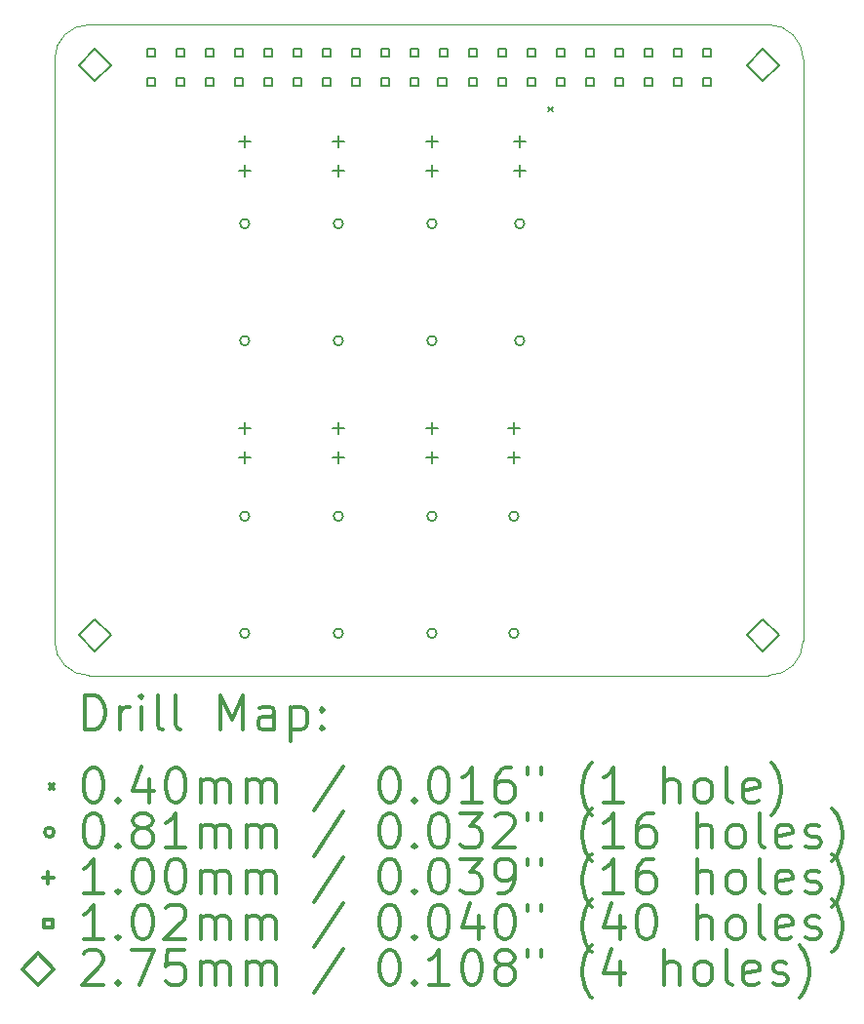
<source format=gbr>
%FSLAX45Y45*%
G04 Gerber Fmt 4.5, Leading zero omitted, Abs format (unit mm)*
G04 Created by KiCad (PCBNEW 4.0.2-stable) date 20/7/2016 20:46:05*
%MOMM*%
G01*
G04 APERTURE LIST*
%ADD10C,0.127000*%
%ADD11C,0.100000*%
%ADD12C,0.200000*%
%ADD13C,0.300000*%
G04 APERTURE END LIST*
D10*
D11*
X8763280Y-6276340D02*
G75*
G03X8463280Y-6576340I0J-300000D01*
G01*
X8463280Y-11626340D02*
G75*
G03X8763280Y-11926340I300000J0D01*
G01*
X14663280Y-11926340D02*
G75*
G03X14963280Y-11626340I0J300000D01*
G01*
X14963280Y-6576340D02*
G75*
G03X14663280Y-6276340I-300000J0D01*
G01*
X8463280Y-11626340D02*
X8463280Y-6576340D01*
X8763280Y-11926340D02*
X14663280Y-11926340D01*
X14963280Y-6576340D02*
X14963280Y-11626340D01*
X8763280Y-6276340D02*
X14663280Y-6276340D01*
D12*
X12749596Y-6990654D02*
X12789596Y-7030654D01*
X12789596Y-6990654D02*
X12749596Y-7030654D01*
X10154920Y-8003540D02*
G75*
G03X10154920Y-8003540I-40640J0D01*
G01*
X10154920Y-9019540D02*
G75*
G03X10154920Y-9019540I-40640J0D01*
G01*
X10154920Y-10543540D02*
G75*
G03X10154920Y-10543540I-40640J0D01*
G01*
X10154920Y-11559540D02*
G75*
G03X10154920Y-11559540I-40640J0D01*
G01*
X10967720Y-8003540D02*
G75*
G03X10967720Y-8003540I-40640J0D01*
G01*
X10967720Y-9019540D02*
G75*
G03X10967720Y-9019540I-40640J0D01*
G01*
X10967720Y-10543540D02*
G75*
G03X10967720Y-10543540I-40640J0D01*
G01*
X10967720Y-11559540D02*
G75*
G03X10967720Y-11559540I-40640J0D01*
G01*
X11780520Y-8003540D02*
G75*
G03X11780520Y-8003540I-40640J0D01*
G01*
X11780520Y-9019540D02*
G75*
G03X11780520Y-9019540I-40640J0D01*
G01*
X11780520Y-10543540D02*
G75*
G03X11780520Y-10543540I-40640J0D01*
G01*
X11780520Y-11559540D02*
G75*
G03X11780520Y-11559540I-40640J0D01*
G01*
X12491720Y-10543540D02*
G75*
G03X12491720Y-10543540I-40640J0D01*
G01*
X12491720Y-11559540D02*
G75*
G03X12491720Y-11559540I-40640J0D01*
G01*
X12542520Y-8003540D02*
G75*
G03X12542520Y-8003540I-40640J0D01*
G01*
X12542520Y-9019540D02*
G75*
G03X12542520Y-9019540I-40640J0D01*
G01*
X10114280Y-7242302D02*
X10114280Y-7342378D01*
X10064242Y-7292340D02*
X10164318Y-7292340D01*
X10114280Y-7496302D02*
X10114280Y-7596378D01*
X10064242Y-7546340D02*
X10164318Y-7546340D01*
X10114280Y-9731502D02*
X10114280Y-9831578D01*
X10064242Y-9781540D02*
X10164318Y-9781540D01*
X10114280Y-9985502D02*
X10114280Y-10085578D01*
X10064242Y-10035540D02*
X10164318Y-10035540D01*
X10927080Y-7242302D02*
X10927080Y-7342378D01*
X10877042Y-7292340D02*
X10977118Y-7292340D01*
X10927080Y-7496302D02*
X10927080Y-7596378D01*
X10877042Y-7546340D02*
X10977118Y-7546340D01*
X10927080Y-9731502D02*
X10927080Y-9831578D01*
X10877042Y-9781540D02*
X10977118Y-9781540D01*
X10927080Y-9985502D02*
X10927080Y-10085578D01*
X10877042Y-10035540D02*
X10977118Y-10035540D01*
X11739880Y-7242302D02*
X11739880Y-7342378D01*
X11689842Y-7292340D02*
X11789918Y-7292340D01*
X11739880Y-7496302D02*
X11739880Y-7596378D01*
X11689842Y-7546340D02*
X11789918Y-7546340D01*
X11739880Y-9731502D02*
X11739880Y-9831578D01*
X11689842Y-9781540D02*
X11789918Y-9781540D01*
X11739880Y-9985502D02*
X11739880Y-10085578D01*
X11689842Y-10035540D02*
X11789918Y-10035540D01*
X12451080Y-9731502D02*
X12451080Y-9831578D01*
X12401042Y-9781540D02*
X12501118Y-9781540D01*
X12451080Y-9985502D02*
X12451080Y-10085578D01*
X12401042Y-10035540D02*
X12501118Y-10035540D01*
X12501880Y-7242302D02*
X12501880Y-7342378D01*
X12451842Y-7292340D02*
X12551918Y-7292340D01*
X12501880Y-7496302D02*
X12501880Y-7596378D01*
X12451842Y-7546340D02*
X12551918Y-7546340D01*
X9336201Y-6556411D02*
X9336201Y-6484569D01*
X9264359Y-6484569D01*
X9264359Y-6556411D01*
X9336201Y-6556411D01*
X9336201Y-6810411D02*
X9336201Y-6738569D01*
X9264359Y-6738569D01*
X9264359Y-6810411D01*
X9336201Y-6810411D01*
X9590201Y-6556411D02*
X9590201Y-6484569D01*
X9518359Y-6484569D01*
X9518359Y-6556411D01*
X9590201Y-6556411D01*
X9590201Y-6810411D02*
X9590201Y-6738569D01*
X9518359Y-6738569D01*
X9518359Y-6810411D01*
X9590201Y-6810411D01*
X9844201Y-6556411D02*
X9844201Y-6484569D01*
X9772359Y-6484569D01*
X9772359Y-6556411D01*
X9844201Y-6556411D01*
X9844201Y-6810411D02*
X9844201Y-6738569D01*
X9772359Y-6738569D01*
X9772359Y-6810411D01*
X9844201Y-6810411D01*
X10098201Y-6556411D02*
X10098201Y-6484569D01*
X10026359Y-6484569D01*
X10026359Y-6556411D01*
X10098201Y-6556411D01*
X10098201Y-6810411D02*
X10098201Y-6738569D01*
X10026359Y-6738569D01*
X10026359Y-6810411D01*
X10098201Y-6810411D01*
X10352201Y-6556411D02*
X10352201Y-6484569D01*
X10280359Y-6484569D01*
X10280359Y-6556411D01*
X10352201Y-6556411D01*
X10352201Y-6810411D02*
X10352201Y-6738569D01*
X10280359Y-6738569D01*
X10280359Y-6810411D01*
X10352201Y-6810411D01*
X10606201Y-6556411D02*
X10606201Y-6484569D01*
X10534359Y-6484569D01*
X10534359Y-6556411D01*
X10606201Y-6556411D01*
X10606201Y-6810411D02*
X10606201Y-6738569D01*
X10534359Y-6738569D01*
X10534359Y-6810411D01*
X10606201Y-6810411D01*
X10860201Y-6556411D02*
X10860201Y-6484569D01*
X10788359Y-6484569D01*
X10788359Y-6556411D01*
X10860201Y-6556411D01*
X10860201Y-6810411D02*
X10860201Y-6738569D01*
X10788359Y-6738569D01*
X10788359Y-6810411D01*
X10860201Y-6810411D01*
X11114201Y-6556411D02*
X11114201Y-6484569D01*
X11042359Y-6484569D01*
X11042359Y-6556411D01*
X11114201Y-6556411D01*
X11114201Y-6810411D02*
X11114201Y-6738569D01*
X11042359Y-6738569D01*
X11042359Y-6810411D01*
X11114201Y-6810411D01*
X11368201Y-6556411D02*
X11368201Y-6484569D01*
X11296359Y-6484569D01*
X11296359Y-6556411D01*
X11368201Y-6556411D01*
X11368201Y-6810411D02*
X11368201Y-6738569D01*
X11296359Y-6738569D01*
X11296359Y-6810411D01*
X11368201Y-6810411D01*
X11622201Y-6556411D02*
X11622201Y-6484569D01*
X11550359Y-6484569D01*
X11550359Y-6556411D01*
X11622201Y-6556411D01*
X11622201Y-6810411D02*
X11622201Y-6738569D01*
X11550359Y-6738569D01*
X11550359Y-6810411D01*
X11622201Y-6810411D01*
X11866201Y-6810411D02*
X11866201Y-6738569D01*
X11794359Y-6738569D01*
X11794359Y-6810411D01*
X11866201Y-6810411D01*
X11876201Y-6556411D02*
X11876201Y-6484569D01*
X11804359Y-6484569D01*
X11804359Y-6556411D01*
X11876201Y-6556411D01*
X12130201Y-6556411D02*
X12130201Y-6484569D01*
X12058359Y-6484569D01*
X12058359Y-6556411D01*
X12130201Y-6556411D01*
X12130201Y-6810411D02*
X12130201Y-6738569D01*
X12058359Y-6738569D01*
X12058359Y-6810411D01*
X12130201Y-6810411D01*
X12384201Y-6556411D02*
X12384201Y-6484569D01*
X12312359Y-6484569D01*
X12312359Y-6556411D01*
X12384201Y-6556411D01*
X12384201Y-6810411D02*
X12384201Y-6738569D01*
X12312359Y-6738569D01*
X12312359Y-6810411D01*
X12384201Y-6810411D01*
X12638201Y-6556411D02*
X12638201Y-6484569D01*
X12566359Y-6484569D01*
X12566359Y-6556411D01*
X12638201Y-6556411D01*
X12638201Y-6810411D02*
X12638201Y-6738569D01*
X12566359Y-6738569D01*
X12566359Y-6810411D01*
X12638201Y-6810411D01*
X12892201Y-6556411D02*
X12892201Y-6484569D01*
X12820359Y-6484569D01*
X12820359Y-6556411D01*
X12892201Y-6556411D01*
X12892201Y-6810411D02*
X12892201Y-6738569D01*
X12820359Y-6738569D01*
X12820359Y-6810411D01*
X12892201Y-6810411D01*
X13146201Y-6556411D02*
X13146201Y-6484569D01*
X13074359Y-6484569D01*
X13074359Y-6556411D01*
X13146201Y-6556411D01*
X13146201Y-6810411D02*
X13146201Y-6738569D01*
X13074359Y-6738569D01*
X13074359Y-6810411D01*
X13146201Y-6810411D01*
X13400201Y-6556411D02*
X13400201Y-6484569D01*
X13328359Y-6484569D01*
X13328359Y-6556411D01*
X13400201Y-6556411D01*
X13400201Y-6810411D02*
X13400201Y-6738569D01*
X13328359Y-6738569D01*
X13328359Y-6810411D01*
X13400201Y-6810411D01*
X13654201Y-6556411D02*
X13654201Y-6484569D01*
X13582359Y-6484569D01*
X13582359Y-6556411D01*
X13654201Y-6556411D01*
X13654201Y-6810411D02*
X13654201Y-6738569D01*
X13582359Y-6738569D01*
X13582359Y-6810411D01*
X13654201Y-6810411D01*
X13908201Y-6556411D02*
X13908201Y-6484569D01*
X13836359Y-6484569D01*
X13836359Y-6556411D01*
X13908201Y-6556411D01*
X13908201Y-6810411D02*
X13908201Y-6738569D01*
X13836359Y-6738569D01*
X13836359Y-6810411D01*
X13908201Y-6810411D01*
X14162201Y-6556411D02*
X14162201Y-6484569D01*
X14090359Y-6484569D01*
X14090359Y-6556411D01*
X14162201Y-6556411D01*
X14162201Y-6810411D02*
X14162201Y-6738569D01*
X14090359Y-6738569D01*
X14090359Y-6810411D01*
X14162201Y-6810411D01*
X8813280Y-6763840D02*
X8950780Y-6626340D01*
X8813280Y-6488840D01*
X8675780Y-6626340D01*
X8813280Y-6763840D01*
X8813280Y-11713840D02*
X8950780Y-11576340D01*
X8813280Y-11438840D01*
X8675780Y-11576340D01*
X8813280Y-11713840D01*
X14613280Y-6763840D02*
X14750780Y-6626340D01*
X14613280Y-6488840D01*
X14475780Y-6626340D01*
X14613280Y-6763840D01*
X14613280Y-11713840D02*
X14750780Y-11576340D01*
X14613280Y-11438840D01*
X14475780Y-11576340D01*
X14613280Y-11713840D01*
D13*
X8729709Y-12397054D02*
X8729709Y-12097054D01*
X8801137Y-12097054D01*
X8843994Y-12111340D01*
X8872566Y-12139911D01*
X8886851Y-12168483D01*
X8901137Y-12225626D01*
X8901137Y-12268483D01*
X8886851Y-12325626D01*
X8872566Y-12354197D01*
X8843994Y-12382769D01*
X8801137Y-12397054D01*
X8729709Y-12397054D01*
X9029709Y-12397054D02*
X9029709Y-12197054D01*
X9029709Y-12254197D02*
X9043994Y-12225626D01*
X9058280Y-12211340D01*
X9086851Y-12197054D01*
X9115423Y-12197054D01*
X9215423Y-12397054D02*
X9215423Y-12197054D01*
X9215423Y-12097054D02*
X9201137Y-12111340D01*
X9215423Y-12125626D01*
X9229709Y-12111340D01*
X9215423Y-12097054D01*
X9215423Y-12125626D01*
X9401137Y-12397054D02*
X9372566Y-12382769D01*
X9358280Y-12354197D01*
X9358280Y-12097054D01*
X9558280Y-12397054D02*
X9529709Y-12382769D01*
X9515423Y-12354197D01*
X9515423Y-12097054D01*
X9901137Y-12397054D02*
X9901137Y-12097054D01*
X10001137Y-12311340D01*
X10101137Y-12097054D01*
X10101137Y-12397054D01*
X10372566Y-12397054D02*
X10372566Y-12239911D01*
X10358280Y-12211340D01*
X10329709Y-12197054D01*
X10272566Y-12197054D01*
X10243994Y-12211340D01*
X10372566Y-12382769D02*
X10343994Y-12397054D01*
X10272566Y-12397054D01*
X10243994Y-12382769D01*
X10229709Y-12354197D01*
X10229709Y-12325626D01*
X10243994Y-12297054D01*
X10272566Y-12282769D01*
X10343994Y-12282769D01*
X10372566Y-12268483D01*
X10515423Y-12197054D02*
X10515423Y-12497054D01*
X10515423Y-12211340D02*
X10543994Y-12197054D01*
X10601137Y-12197054D01*
X10629709Y-12211340D01*
X10643994Y-12225626D01*
X10658280Y-12254197D01*
X10658280Y-12339911D01*
X10643994Y-12368483D01*
X10629709Y-12382769D01*
X10601137Y-12397054D01*
X10543994Y-12397054D01*
X10515423Y-12382769D01*
X10786851Y-12368483D02*
X10801137Y-12382769D01*
X10786851Y-12397054D01*
X10772566Y-12382769D01*
X10786851Y-12368483D01*
X10786851Y-12397054D01*
X10786851Y-12211340D02*
X10801137Y-12225626D01*
X10786851Y-12239911D01*
X10772566Y-12225626D01*
X10786851Y-12211340D01*
X10786851Y-12239911D01*
X8418280Y-12871340D02*
X8458280Y-12911340D01*
X8458280Y-12871340D02*
X8418280Y-12911340D01*
X8786851Y-12727054D02*
X8815423Y-12727054D01*
X8843994Y-12741340D01*
X8858280Y-12755626D01*
X8872566Y-12784197D01*
X8886851Y-12841340D01*
X8886851Y-12912769D01*
X8872566Y-12969911D01*
X8858280Y-12998483D01*
X8843994Y-13012769D01*
X8815423Y-13027054D01*
X8786851Y-13027054D01*
X8758280Y-13012769D01*
X8743994Y-12998483D01*
X8729709Y-12969911D01*
X8715423Y-12912769D01*
X8715423Y-12841340D01*
X8729709Y-12784197D01*
X8743994Y-12755626D01*
X8758280Y-12741340D01*
X8786851Y-12727054D01*
X9015423Y-12998483D02*
X9029709Y-13012769D01*
X9015423Y-13027054D01*
X9001137Y-13012769D01*
X9015423Y-12998483D01*
X9015423Y-13027054D01*
X9286851Y-12827054D02*
X9286851Y-13027054D01*
X9215423Y-12712769D02*
X9143994Y-12927054D01*
X9329708Y-12927054D01*
X9501137Y-12727054D02*
X9529709Y-12727054D01*
X9558280Y-12741340D01*
X9572566Y-12755626D01*
X9586851Y-12784197D01*
X9601137Y-12841340D01*
X9601137Y-12912769D01*
X9586851Y-12969911D01*
X9572566Y-12998483D01*
X9558280Y-13012769D01*
X9529709Y-13027054D01*
X9501137Y-13027054D01*
X9472566Y-13012769D01*
X9458280Y-12998483D01*
X9443994Y-12969911D01*
X9429709Y-12912769D01*
X9429709Y-12841340D01*
X9443994Y-12784197D01*
X9458280Y-12755626D01*
X9472566Y-12741340D01*
X9501137Y-12727054D01*
X9729709Y-13027054D02*
X9729709Y-12827054D01*
X9729709Y-12855626D02*
X9743994Y-12841340D01*
X9772566Y-12827054D01*
X9815423Y-12827054D01*
X9843994Y-12841340D01*
X9858280Y-12869911D01*
X9858280Y-13027054D01*
X9858280Y-12869911D02*
X9872566Y-12841340D01*
X9901137Y-12827054D01*
X9943994Y-12827054D01*
X9972566Y-12841340D01*
X9986851Y-12869911D01*
X9986851Y-13027054D01*
X10129709Y-13027054D02*
X10129709Y-12827054D01*
X10129709Y-12855626D02*
X10143994Y-12841340D01*
X10172566Y-12827054D01*
X10215423Y-12827054D01*
X10243994Y-12841340D01*
X10258280Y-12869911D01*
X10258280Y-13027054D01*
X10258280Y-12869911D02*
X10272566Y-12841340D01*
X10301137Y-12827054D01*
X10343994Y-12827054D01*
X10372566Y-12841340D01*
X10386851Y-12869911D01*
X10386851Y-13027054D01*
X10972566Y-12712769D02*
X10715423Y-13098483D01*
X11358280Y-12727054D02*
X11386851Y-12727054D01*
X11415423Y-12741340D01*
X11429708Y-12755626D01*
X11443994Y-12784197D01*
X11458280Y-12841340D01*
X11458280Y-12912769D01*
X11443994Y-12969911D01*
X11429708Y-12998483D01*
X11415423Y-13012769D01*
X11386851Y-13027054D01*
X11358280Y-13027054D01*
X11329708Y-13012769D01*
X11315423Y-12998483D01*
X11301137Y-12969911D01*
X11286851Y-12912769D01*
X11286851Y-12841340D01*
X11301137Y-12784197D01*
X11315423Y-12755626D01*
X11329708Y-12741340D01*
X11358280Y-12727054D01*
X11586851Y-12998483D02*
X11601137Y-13012769D01*
X11586851Y-13027054D01*
X11572566Y-13012769D01*
X11586851Y-12998483D01*
X11586851Y-13027054D01*
X11786851Y-12727054D02*
X11815423Y-12727054D01*
X11843994Y-12741340D01*
X11858280Y-12755626D01*
X11872565Y-12784197D01*
X11886851Y-12841340D01*
X11886851Y-12912769D01*
X11872565Y-12969911D01*
X11858280Y-12998483D01*
X11843994Y-13012769D01*
X11815423Y-13027054D01*
X11786851Y-13027054D01*
X11758280Y-13012769D01*
X11743994Y-12998483D01*
X11729708Y-12969911D01*
X11715423Y-12912769D01*
X11715423Y-12841340D01*
X11729708Y-12784197D01*
X11743994Y-12755626D01*
X11758280Y-12741340D01*
X11786851Y-12727054D01*
X12172565Y-13027054D02*
X12001137Y-13027054D01*
X12086851Y-13027054D02*
X12086851Y-12727054D01*
X12058280Y-12769911D01*
X12029708Y-12798483D01*
X12001137Y-12812769D01*
X12429708Y-12727054D02*
X12372565Y-12727054D01*
X12343994Y-12741340D01*
X12329708Y-12755626D01*
X12301137Y-12798483D01*
X12286851Y-12855626D01*
X12286851Y-12969911D01*
X12301137Y-12998483D01*
X12315423Y-13012769D01*
X12343994Y-13027054D01*
X12401137Y-13027054D01*
X12429708Y-13012769D01*
X12443994Y-12998483D01*
X12458280Y-12969911D01*
X12458280Y-12898483D01*
X12443994Y-12869911D01*
X12429708Y-12855626D01*
X12401137Y-12841340D01*
X12343994Y-12841340D01*
X12315423Y-12855626D01*
X12301137Y-12869911D01*
X12286851Y-12898483D01*
X12572566Y-12727054D02*
X12572566Y-12784197D01*
X12686851Y-12727054D02*
X12686851Y-12784197D01*
X13129708Y-13141340D02*
X13115423Y-13127054D01*
X13086851Y-13084197D01*
X13072565Y-13055626D01*
X13058280Y-13012769D01*
X13043994Y-12941340D01*
X13043994Y-12884197D01*
X13058280Y-12812769D01*
X13072565Y-12769911D01*
X13086851Y-12741340D01*
X13115423Y-12698483D01*
X13129708Y-12684197D01*
X13401137Y-13027054D02*
X13229708Y-13027054D01*
X13315423Y-13027054D02*
X13315423Y-12727054D01*
X13286851Y-12769911D01*
X13258280Y-12798483D01*
X13229708Y-12812769D01*
X13758280Y-13027054D02*
X13758280Y-12727054D01*
X13886851Y-13027054D02*
X13886851Y-12869911D01*
X13872565Y-12841340D01*
X13843994Y-12827054D01*
X13801137Y-12827054D01*
X13772565Y-12841340D01*
X13758280Y-12855626D01*
X14072565Y-13027054D02*
X14043994Y-13012769D01*
X14029708Y-12998483D01*
X14015423Y-12969911D01*
X14015423Y-12884197D01*
X14029708Y-12855626D01*
X14043994Y-12841340D01*
X14072565Y-12827054D01*
X14115423Y-12827054D01*
X14143994Y-12841340D01*
X14158280Y-12855626D01*
X14172565Y-12884197D01*
X14172565Y-12969911D01*
X14158280Y-12998483D01*
X14143994Y-13012769D01*
X14115423Y-13027054D01*
X14072565Y-13027054D01*
X14343994Y-13027054D02*
X14315423Y-13012769D01*
X14301137Y-12984197D01*
X14301137Y-12727054D01*
X14572566Y-13012769D02*
X14543994Y-13027054D01*
X14486851Y-13027054D01*
X14458280Y-13012769D01*
X14443994Y-12984197D01*
X14443994Y-12869911D01*
X14458280Y-12841340D01*
X14486851Y-12827054D01*
X14543994Y-12827054D01*
X14572566Y-12841340D01*
X14586851Y-12869911D01*
X14586851Y-12898483D01*
X14443994Y-12927054D01*
X14686851Y-13141340D02*
X14701137Y-13127054D01*
X14729708Y-13084197D01*
X14743994Y-13055626D01*
X14758280Y-13012769D01*
X14772566Y-12941340D01*
X14772566Y-12884197D01*
X14758280Y-12812769D01*
X14743994Y-12769911D01*
X14729708Y-12741340D01*
X14701137Y-12698483D01*
X14686851Y-12684197D01*
X8458280Y-13287340D02*
G75*
G03X8458280Y-13287340I-40640J0D01*
G01*
X8786851Y-13123054D02*
X8815423Y-13123054D01*
X8843994Y-13137340D01*
X8858280Y-13151626D01*
X8872566Y-13180197D01*
X8886851Y-13237340D01*
X8886851Y-13308769D01*
X8872566Y-13365911D01*
X8858280Y-13394483D01*
X8843994Y-13408769D01*
X8815423Y-13423054D01*
X8786851Y-13423054D01*
X8758280Y-13408769D01*
X8743994Y-13394483D01*
X8729709Y-13365911D01*
X8715423Y-13308769D01*
X8715423Y-13237340D01*
X8729709Y-13180197D01*
X8743994Y-13151626D01*
X8758280Y-13137340D01*
X8786851Y-13123054D01*
X9015423Y-13394483D02*
X9029709Y-13408769D01*
X9015423Y-13423054D01*
X9001137Y-13408769D01*
X9015423Y-13394483D01*
X9015423Y-13423054D01*
X9201137Y-13251626D02*
X9172566Y-13237340D01*
X9158280Y-13223054D01*
X9143994Y-13194483D01*
X9143994Y-13180197D01*
X9158280Y-13151626D01*
X9172566Y-13137340D01*
X9201137Y-13123054D01*
X9258280Y-13123054D01*
X9286851Y-13137340D01*
X9301137Y-13151626D01*
X9315423Y-13180197D01*
X9315423Y-13194483D01*
X9301137Y-13223054D01*
X9286851Y-13237340D01*
X9258280Y-13251626D01*
X9201137Y-13251626D01*
X9172566Y-13265911D01*
X9158280Y-13280197D01*
X9143994Y-13308769D01*
X9143994Y-13365911D01*
X9158280Y-13394483D01*
X9172566Y-13408769D01*
X9201137Y-13423054D01*
X9258280Y-13423054D01*
X9286851Y-13408769D01*
X9301137Y-13394483D01*
X9315423Y-13365911D01*
X9315423Y-13308769D01*
X9301137Y-13280197D01*
X9286851Y-13265911D01*
X9258280Y-13251626D01*
X9601137Y-13423054D02*
X9429709Y-13423054D01*
X9515423Y-13423054D02*
X9515423Y-13123054D01*
X9486851Y-13165911D01*
X9458280Y-13194483D01*
X9429709Y-13208769D01*
X9729709Y-13423054D02*
X9729709Y-13223054D01*
X9729709Y-13251626D02*
X9743994Y-13237340D01*
X9772566Y-13223054D01*
X9815423Y-13223054D01*
X9843994Y-13237340D01*
X9858280Y-13265911D01*
X9858280Y-13423054D01*
X9858280Y-13265911D02*
X9872566Y-13237340D01*
X9901137Y-13223054D01*
X9943994Y-13223054D01*
X9972566Y-13237340D01*
X9986851Y-13265911D01*
X9986851Y-13423054D01*
X10129709Y-13423054D02*
X10129709Y-13223054D01*
X10129709Y-13251626D02*
X10143994Y-13237340D01*
X10172566Y-13223054D01*
X10215423Y-13223054D01*
X10243994Y-13237340D01*
X10258280Y-13265911D01*
X10258280Y-13423054D01*
X10258280Y-13265911D02*
X10272566Y-13237340D01*
X10301137Y-13223054D01*
X10343994Y-13223054D01*
X10372566Y-13237340D01*
X10386851Y-13265911D01*
X10386851Y-13423054D01*
X10972566Y-13108769D02*
X10715423Y-13494483D01*
X11358280Y-13123054D02*
X11386851Y-13123054D01*
X11415423Y-13137340D01*
X11429708Y-13151626D01*
X11443994Y-13180197D01*
X11458280Y-13237340D01*
X11458280Y-13308769D01*
X11443994Y-13365911D01*
X11429708Y-13394483D01*
X11415423Y-13408769D01*
X11386851Y-13423054D01*
X11358280Y-13423054D01*
X11329708Y-13408769D01*
X11315423Y-13394483D01*
X11301137Y-13365911D01*
X11286851Y-13308769D01*
X11286851Y-13237340D01*
X11301137Y-13180197D01*
X11315423Y-13151626D01*
X11329708Y-13137340D01*
X11358280Y-13123054D01*
X11586851Y-13394483D02*
X11601137Y-13408769D01*
X11586851Y-13423054D01*
X11572566Y-13408769D01*
X11586851Y-13394483D01*
X11586851Y-13423054D01*
X11786851Y-13123054D02*
X11815423Y-13123054D01*
X11843994Y-13137340D01*
X11858280Y-13151626D01*
X11872565Y-13180197D01*
X11886851Y-13237340D01*
X11886851Y-13308769D01*
X11872565Y-13365911D01*
X11858280Y-13394483D01*
X11843994Y-13408769D01*
X11815423Y-13423054D01*
X11786851Y-13423054D01*
X11758280Y-13408769D01*
X11743994Y-13394483D01*
X11729708Y-13365911D01*
X11715423Y-13308769D01*
X11715423Y-13237340D01*
X11729708Y-13180197D01*
X11743994Y-13151626D01*
X11758280Y-13137340D01*
X11786851Y-13123054D01*
X11986851Y-13123054D02*
X12172565Y-13123054D01*
X12072565Y-13237340D01*
X12115423Y-13237340D01*
X12143994Y-13251626D01*
X12158280Y-13265911D01*
X12172565Y-13294483D01*
X12172565Y-13365911D01*
X12158280Y-13394483D01*
X12143994Y-13408769D01*
X12115423Y-13423054D01*
X12029708Y-13423054D01*
X12001137Y-13408769D01*
X11986851Y-13394483D01*
X12286851Y-13151626D02*
X12301137Y-13137340D01*
X12329708Y-13123054D01*
X12401137Y-13123054D01*
X12429708Y-13137340D01*
X12443994Y-13151626D01*
X12458280Y-13180197D01*
X12458280Y-13208769D01*
X12443994Y-13251626D01*
X12272565Y-13423054D01*
X12458280Y-13423054D01*
X12572566Y-13123054D02*
X12572566Y-13180197D01*
X12686851Y-13123054D02*
X12686851Y-13180197D01*
X13129708Y-13537340D02*
X13115423Y-13523054D01*
X13086851Y-13480197D01*
X13072565Y-13451626D01*
X13058280Y-13408769D01*
X13043994Y-13337340D01*
X13043994Y-13280197D01*
X13058280Y-13208769D01*
X13072565Y-13165911D01*
X13086851Y-13137340D01*
X13115423Y-13094483D01*
X13129708Y-13080197D01*
X13401137Y-13423054D02*
X13229708Y-13423054D01*
X13315423Y-13423054D02*
X13315423Y-13123054D01*
X13286851Y-13165911D01*
X13258280Y-13194483D01*
X13229708Y-13208769D01*
X13658280Y-13123054D02*
X13601137Y-13123054D01*
X13572565Y-13137340D01*
X13558280Y-13151626D01*
X13529708Y-13194483D01*
X13515423Y-13251626D01*
X13515423Y-13365911D01*
X13529708Y-13394483D01*
X13543994Y-13408769D01*
X13572565Y-13423054D01*
X13629708Y-13423054D01*
X13658280Y-13408769D01*
X13672565Y-13394483D01*
X13686851Y-13365911D01*
X13686851Y-13294483D01*
X13672565Y-13265911D01*
X13658280Y-13251626D01*
X13629708Y-13237340D01*
X13572565Y-13237340D01*
X13543994Y-13251626D01*
X13529708Y-13265911D01*
X13515423Y-13294483D01*
X14043994Y-13423054D02*
X14043994Y-13123054D01*
X14172565Y-13423054D02*
X14172565Y-13265911D01*
X14158280Y-13237340D01*
X14129708Y-13223054D01*
X14086851Y-13223054D01*
X14058280Y-13237340D01*
X14043994Y-13251626D01*
X14358280Y-13423054D02*
X14329708Y-13408769D01*
X14315423Y-13394483D01*
X14301137Y-13365911D01*
X14301137Y-13280197D01*
X14315423Y-13251626D01*
X14329708Y-13237340D01*
X14358280Y-13223054D01*
X14401137Y-13223054D01*
X14429708Y-13237340D01*
X14443994Y-13251626D01*
X14458280Y-13280197D01*
X14458280Y-13365911D01*
X14443994Y-13394483D01*
X14429708Y-13408769D01*
X14401137Y-13423054D01*
X14358280Y-13423054D01*
X14629708Y-13423054D02*
X14601137Y-13408769D01*
X14586851Y-13380197D01*
X14586851Y-13123054D01*
X14858280Y-13408769D02*
X14829708Y-13423054D01*
X14772566Y-13423054D01*
X14743994Y-13408769D01*
X14729708Y-13380197D01*
X14729708Y-13265911D01*
X14743994Y-13237340D01*
X14772566Y-13223054D01*
X14829708Y-13223054D01*
X14858280Y-13237340D01*
X14872566Y-13265911D01*
X14872566Y-13294483D01*
X14729708Y-13323054D01*
X14986851Y-13408769D02*
X15015423Y-13423054D01*
X15072566Y-13423054D01*
X15101137Y-13408769D01*
X15115423Y-13380197D01*
X15115423Y-13365911D01*
X15101137Y-13337340D01*
X15072566Y-13323054D01*
X15029708Y-13323054D01*
X15001137Y-13308769D01*
X14986851Y-13280197D01*
X14986851Y-13265911D01*
X15001137Y-13237340D01*
X15029708Y-13223054D01*
X15072566Y-13223054D01*
X15101137Y-13237340D01*
X15215423Y-13537340D02*
X15229708Y-13523054D01*
X15258280Y-13480197D01*
X15272566Y-13451626D01*
X15286851Y-13408769D01*
X15301137Y-13337340D01*
X15301137Y-13280197D01*
X15286851Y-13208769D01*
X15272566Y-13165911D01*
X15258280Y-13137340D01*
X15229708Y-13094483D01*
X15215423Y-13080197D01*
X8408242Y-13633302D02*
X8408242Y-13733378D01*
X8358204Y-13683340D02*
X8458280Y-13683340D01*
X8886851Y-13819054D02*
X8715423Y-13819054D01*
X8801137Y-13819054D02*
X8801137Y-13519054D01*
X8772566Y-13561911D01*
X8743994Y-13590483D01*
X8715423Y-13604769D01*
X9015423Y-13790483D02*
X9029709Y-13804769D01*
X9015423Y-13819054D01*
X9001137Y-13804769D01*
X9015423Y-13790483D01*
X9015423Y-13819054D01*
X9215423Y-13519054D02*
X9243994Y-13519054D01*
X9272566Y-13533340D01*
X9286851Y-13547626D01*
X9301137Y-13576197D01*
X9315423Y-13633340D01*
X9315423Y-13704769D01*
X9301137Y-13761911D01*
X9286851Y-13790483D01*
X9272566Y-13804769D01*
X9243994Y-13819054D01*
X9215423Y-13819054D01*
X9186851Y-13804769D01*
X9172566Y-13790483D01*
X9158280Y-13761911D01*
X9143994Y-13704769D01*
X9143994Y-13633340D01*
X9158280Y-13576197D01*
X9172566Y-13547626D01*
X9186851Y-13533340D01*
X9215423Y-13519054D01*
X9501137Y-13519054D02*
X9529709Y-13519054D01*
X9558280Y-13533340D01*
X9572566Y-13547626D01*
X9586851Y-13576197D01*
X9601137Y-13633340D01*
X9601137Y-13704769D01*
X9586851Y-13761911D01*
X9572566Y-13790483D01*
X9558280Y-13804769D01*
X9529709Y-13819054D01*
X9501137Y-13819054D01*
X9472566Y-13804769D01*
X9458280Y-13790483D01*
X9443994Y-13761911D01*
X9429709Y-13704769D01*
X9429709Y-13633340D01*
X9443994Y-13576197D01*
X9458280Y-13547626D01*
X9472566Y-13533340D01*
X9501137Y-13519054D01*
X9729709Y-13819054D02*
X9729709Y-13619054D01*
X9729709Y-13647626D02*
X9743994Y-13633340D01*
X9772566Y-13619054D01*
X9815423Y-13619054D01*
X9843994Y-13633340D01*
X9858280Y-13661911D01*
X9858280Y-13819054D01*
X9858280Y-13661911D02*
X9872566Y-13633340D01*
X9901137Y-13619054D01*
X9943994Y-13619054D01*
X9972566Y-13633340D01*
X9986851Y-13661911D01*
X9986851Y-13819054D01*
X10129709Y-13819054D02*
X10129709Y-13619054D01*
X10129709Y-13647626D02*
X10143994Y-13633340D01*
X10172566Y-13619054D01*
X10215423Y-13619054D01*
X10243994Y-13633340D01*
X10258280Y-13661911D01*
X10258280Y-13819054D01*
X10258280Y-13661911D02*
X10272566Y-13633340D01*
X10301137Y-13619054D01*
X10343994Y-13619054D01*
X10372566Y-13633340D01*
X10386851Y-13661911D01*
X10386851Y-13819054D01*
X10972566Y-13504769D02*
X10715423Y-13890483D01*
X11358280Y-13519054D02*
X11386851Y-13519054D01*
X11415423Y-13533340D01*
X11429708Y-13547626D01*
X11443994Y-13576197D01*
X11458280Y-13633340D01*
X11458280Y-13704769D01*
X11443994Y-13761911D01*
X11429708Y-13790483D01*
X11415423Y-13804769D01*
X11386851Y-13819054D01*
X11358280Y-13819054D01*
X11329708Y-13804769D01*
X11315423Y-13790483D01*
X11301137Y-13761911D01*
X11286851Y-13704769D01*
X11286851Y-13633340D01*
X11301137Y-13576197D01*
X11315423Y-13547626D01*
X11329708Y-13533340D01*
X11358280Y-13519054D01*
X11586851Y-13790483D02*
X11601137Y-13804769D01*
X11586851Y-13819054D01*
X11572566Y-13804769D01*
X11586851Y-13790483D01*
X11586851Y-13819054D01*
X11786851Y-13519054D02*
X11815423Y-13519054D01*
X11843994Y-13533340D01*
X11858280Y-13547626D01*
X11872565Y-13576197D01*
X11886851Y-13633340D01*
X11886851Y-13704769D01*
X11872565Y-13761911D01*
X11858280Y-13790483D01*
X11843994Y-13804769D01*
X11815423Y-13819054D01*
X11786851Y-13819054D01*
X11758280Y-13804769D01*
X11743994Y-13790483D01*
X11729708Y-13761911D01*
X11715423Y-13704769D01*
X11715423Y-13633340D01*
X11729708Y-13576197D01*
X11743994Y-13547626D01*
X11758280Y-13533340D01*
X11786851Y-13519054D01*
X11986851Y-13519054D02*
X12172565Y-13519054D01*
X12072565Y-13633340D01*
X12115423Y-13633340D01*
X12143994Y-13647626D01*
X12158280Y-13661911D01*
X12172565Y-13690483D01*
X12172565Y-13761911D01*
X12158280Y-13790483D01*
X12143994Y-13804769D01*
X12115423Y-13819054D01*
X12029708Y-13819054D01*
X12001137Y-13804769D01*
X11986851Y-13790483D01*
X12315423Y-13819054D02*
X12372565Y-13819054D01*
X12401137Y-13804769D01*
X12415423Y-13790483D01*
X12443994Y-13747626D01*
X12458280Y-13690483D01*
X12458280Y-13576197D01*
X12443994Y-13547626D01*
X12429708Y-13533340D01*
X12401137Y-13519054D01*
X12343994Y-13519054D01*
X12315423Y-13533340D01*
X12301137Y-13547626D01*
X12286851Y-13576197D01*
X12286851Y-13647626D01*
X12301137Y-13676197D01*
X12315423Y-13690483D01*
X12343994Y-13704769D01*
X12401137Y-13704769D01*
X12429708Y-13690483D01*
X12443994Y-13676197D01*
X12458280Y-13647626D01*
X12572566Y-13519054D02*
X12572566Y-13576197D01*
X12686851Y-13519054D02*
X12686851Y-13576197D01*
X13129708Y-13933340D02*
X13115423Y-13919054D01*
X13086851Y-13876197D01*
X13072565Y-13847626D01*
X13058280Y-13804769D01*
X13043994Y-13733340D01*
X13043994Y-13676197D01*
X13058280Y-13604769D01*
X13072565Y-13561911D01*
X13086851Y-13533340D01*
X13115423Y-13490483D01*
X13129708Y-13476197D01*
X13401137Y-13819054D02*
X13229708Y-13819054D01*
X13315423Y-13819054D02*
X13315423Y-13519054D01*
X13286851Y-13561911D01*
X13258280Y-13590483D01*
X13229708Y-13604769D01*
X13658280Y-13519054D02*
X13601137Y-13519054D01*
X13572565Y-13533340D01*
X13558280Y-13547626D01*
X13529708Y-13590483D01*
X13515423Y-13647626D01*
X13515423Y-13761911D01*
X13529708Y-13790483D01*
X13543994Y-13804769D01*
X13572565Y-13819054D01*
X13629708Y-13819054D01*
X13658280Y-13804769D01*
X13672565Y-13790483D01*
X13686851Y-13761911D01*
X13686851Y-13690483D01*
X13672565Y-13661911D01*
X13658280Y-13647626D01*
X13629708Y-13633340D01*
X13572565Y-13633340D01*
X13543994Y-13647626D01*
X13529708Y-13661911D01*
X13515423Y-13690483D01*
X14043994Y-13819054D02*
X14043994Y-13519054D01*
X14172565Y-13819054D02*
X14172565Y-13661911D01*
X14158280Y-13633340D01*
X14129708Y-13619054D01*
X14086851Y-13619054D01*
X14058280Y-13633340D01*
X14043994Y-13647626D01*
X14358280Y-13819054D02*
X14329708Y-13804769D01*
X14315423Y-13790483D01*
X14301137Y-13761911D01*
X14301137Y-13676197D01*
X14315423Y-13647626D01*
X14329708Y-13633340D01*
X14358280Y-13619054D01*
X14401137Y-13619054D01*
X14429708Y-13633340D01*
X14443994Y-13647626D01*
X14458280Y-13676197D01*
X14458280Y-13761911D01*
X14443994Y-13790483D01*
X14429708Y-13804769D01*
X14401137Y-13819054D01*
X14358280Y-13819054D01*
X14629708Y-13819054D02*
X14601137Y-13804769D01*
X14586851Y-13776197D01*
X14586851Y-13519054D01*
X14858280Y-13804769D02*
X14829708Y-13819054D01*
X14772566Y-13819054D01*
X14743994Y-13804769D01*
X14729708Y-13776197D01*
X14729708Y-13661911D01*
X14743994Y-13633340D01*
X14772566Y-13619054D01*
X14829708Y-13619054D01*
X14858280Y-13633340D01*
X14872566Y-13661911D01*
X14872566Y-13690483D01*
X14729708Y-13719054D01*
X14986851Y-13804769D02*
X15015423Y-13819054D01*
X15072566Y-13819054D01*
X15101137Y-13804769D01*
X15115423Y-13776197D01*
X15115423Y-13761911D01*
X15101137Y-13733340D01*
X15072566Y-13719054D01*
X15029708Y-13719054D01*
X15001137Y-13704769D01*
X14986851Y-13676197D01*
X14986851Y-13661911D01*
X15001137Y-13633340D01*
X15029708Y-13619054D01*
X15072566Y-13619054D01*
X15101137Y-13633340D01*
X15215423Y-13933340D02*
X15229708Y-13919054D01*
X15258280Y-13876197D01*
X15272566Y-13847626D01*
X15286851Y-13804769D01*
X15301137Y-13733340D01*
X15301137Y-13676197D01*
X15286851Y-13604769D01*
X15272566Y-13561911D01*
X15258280Y-13533340D01*
X15229708Y-13490483D01*
X15215423Y-13476197D01*
X8443401Y-14115261D02*
X8443401Y-14043419D01*
X8371558Y-14043419D01*
X8371558Y-14115261D01*
X8443401Y-14115261D01*
X8886851Y-14215054D02*
X8715423Y-14215054D01*
X8801137Y-14215054D02*
X8801137Y-13915054D01*
X8772566Y-13957911D01*
X8743994Y-13986483D01*
X8715423Y-14000769D01*
X9015423Y-14186483D02*
X9029709Y-14200769D01*
X9015423Y-14215054D01*
X9001137Y-14200769D01*
X9015423Y-14186483D01*
X9015423Y-14215054D01*
X9215423Y-13915054D02*
X9243994Y-13915054D01*
X9272566Y-13929340D01*
X9286851Y-13943626D01*
X9301137Y-13972197D01*
X9315423Y-14029340D01*
X9315423Y-14100769D01*
X9301137Y-14157911D01*
X9286851Y-14186483D01*
X9272566Y-14200769D01*
X9243994Y-14215054D01*
X9215423Y-14215054D01*
X9186851Y-14200769D01*
X9172566Y-14186483D01*
X9158280Y-14157911D01*
X9143994Y-14100769D01*
X9143994Y-14029340D01*
X9158280Y-13972197D01*
X9172566Y-13943626D01*
X9186851Y-13929340D01*
X9215423Y-13915054D01*
X9429709Y-13943626D02*
X9443994Y-13929340D01*
X9472566Y-13915054D01*
X9543994Y-13915054D01*
X9572566Y-13929340D01*
X9586851Y-13943626D01*
X9601137Y-13972197D01*
X9601137Y-14000769D01*
X9586851Y-14043626D01*
X9415423Y-14215054D01*
X9601137Y-14215054D01*
X9729709Y-14215054D02*
X9729709Y-14015054D01*
X9729709Y-14043626D02*
X9743994Y-14029340D01*
X9772566Y-14015054D01*
X9815423Y-14015054D01*
X9843994Y-14029340D01*
X9858280Y-14057911D01*
X9858280Y-14215054D01*
X9858280Y-14057911D02*
X9872566Y-14029340D01*
X9901137Y-14015054D01*
X9943994Y-14015054D01*
X9972566Y-14029340D01*
X9986851Y-14057911D01*
X9986851Y-14215054D01*
X10129709Y-14215054D02*
X10129709Y-14015054D01*
X10129709Y-14043626D02*
X10143994Y-14029340D01*
X10172566Y-14015054D01*
X10215423Y-14015054D01*
X10243994Y-14029340D01*
X10258280Y-14057911D01*
X10258280Y-14215054D01*
X10258280Y-14057911D02*
X10272566Y-14029340D01*
X10301137Y-14015054D01*
X10343994Y-14015054D01*
X10372566Y-14029340D01*
X10386851Y-14057911D01*
X10386851Y-14215054D01*
X10972566Y-13900769D02*
X10715423Y-14286483D01*
X11358280Y-13915054D02*
X11386851Y-13915054D01*
X11415423Y-13929340D01*
X11429708Y-13943626D01*
X11443994Y-13972197D01*
X11458280Y-14029340D01*
X11458280Y-14100769D01*
X11443994Y-14157911D01*
X11429708Y-14186483D01*
X11415423Y-14200769D01*
X11386851Y-14215054D01*
X11358280Y-14215054D01*
X11329708Y-14200769D01*
X11315423Y-14186483D01*
X11301137Y-14157911D01*
X11286851Y-14100769D01*
X11286851Y-14029340D01*
X11301137Y-13972197D01*
X11315423Y-13943626D01*
X11329708Y-13929340D01*
X11358280Y-13915054D01*
X11586851Y-14186483D02*
X11601137Y-14200769D01*
X11586851Y-14215054D01*
X11572566Y-14200769D01*
X11586851Y-14186483D01*
X11586851Y-14215054D01*
X11786851Y-13915054D02*
X11815423Y-13915054D01*
X11843994Y-13929340D01*
X11858280Y-13943626D01*
X11872565Y-13972197D01*
X11886851Y-14029340D01*
X11886851Y-14100769D01*
X11872565Y-14157911D01*
X11858280Y-14186483D01*
X11843994Y-14200769D01*
X11815423Y-14215054D01*
X11786851Y-14215054D01*
X11758280Y-14200769D01*
X11743994Y-14186483D01*
X11729708Y-14157911D01*
X11715423Y-14100769D01*
X11715423Y-14029340D01*
X11729708Y-13972197D01*
X11743994Y-13943626D01*
X11758280Y-13929340D01*
X11786851Y-13915054D01*
X12143994Y-14015054D02*
X12143994Y-14215054D01*
X12072565Y-13900769D02*
X12001137Y-14115054D01*
X12186851Y-14115054D01*
X12358280Y-13915054D02*
X12386851Y-13915054D01*
X12415423Y-13929340D01*
X12429708Y-13943626D01*
X12443994Y-13972197D01*
X12458280Y-14029340D01*
X12458280Y-14100769D01*
X12443994Y-14157911D01*
X12429708Y-14186483D01*
X12415423Y-14200769D01*
X12386851Y-14215054D01*
X12358280Y-14215054D01*
X12329708Y-14200769D01*
X12315423Y-14186483D01*
X12301137Y-14157911D01*
X12286851Y-14100769D01*
X12286851Y-14029340D01*
X12301137Y-13972197D01*
X12315423Y-13943626D01*
X12329708Y-13929340D01*
X12358280Y-13915054D01*
X12572566Y-13915054D02*
X12572566Y-13972197D01*
X12686851Y-13915054D02*
X12686851Y-13972197D01*
X13129708Y-14329340D02*
X13115423Y-14315054D01*
X13086851Y-14272197D01*
X13072565Y-14243626D01*
X13058280Y-14200769D01*
X13043994Y-14129340D01*
X13043994Y-14072197D01*
X13058280Y-14000769D01*
X13072565Y-13957911D01*
X13086851Y-13929340D01*
X13115423Y-13886483D01*
X13129708Y-13872197D01*
X13372565Y-14015054D02*
X13372565Y-14215054D01*
X13301137Y-13900769D02*
X13229708Y-14115054D01*
X13415423Y-14115054D01*
X13586851Y-13915054D02*
X13615423Y-13915054D01*
X13643994Y-13929340D01*
X13658280Y-13943626D01*
X13672565Y-13972197D01*
X13686851Y-14029340D01*
X13686851Y-14100769D01*
X13672565Y-14157911D01*
X13658280Y-14186483D01*
X13643994Y-14200769D01*
X13615423Y-14215054D01*
X13586851Y-14215054D01*
X13558280Y-14200769D01*
X13543994Y-14186483D01*
X13529708Y-14157911D01*
X13515423Y-14100769D01*
X13515423Y-14029340D01*
X13529708Y-13972197D01*
X13543994Y-13943626D01*
X13558280Y-13929340D01*
X13586851Y-13915054D01*
X14043994Y-14215054D02*
X14043994Y-13915054D01*
X14172565Y-14215054D02*
X14172565Y-14057911D01*
X14158280Y-14029340D01*
X14129708Y-14015054D01*
X14086851Y-14015054D01*
X14058280Y-14029340D01*
X14043994Y-14043626D01*
X14358280Y-14215054D02*
X14329708Y-14200769D01*
X14315423Y-14186483D01*
X14301137Y-14157911D01*
X14301137Y-14072197D01*
X14315423Y-14043626D01*
X14329708Y-14029340D01*
X14358280Y-14015054D01*
X14401137Y-14015054D01*
X14429708Y-14029340D01*
X14443994Y-14043626D01*
X14458280Y-14072197D01*
X14458280Y-14157911D01*
X14443994Y-14186483D01*
X14429708Y-14200769D01*
X14401137Y-14215054D01*
X14358280Y-14215054D01*
X14629708Y-14215054D02*
X14601137Y-14200769D01*
X14586851Y-14172197D01*
X14586851Y-13915054D01*
X14858280Y-14200769D02*
X14829708Y-14215054D01*
X14772566Y-14215054D01*
X14743994Y-14200769D01*
X14729708Y-14172197D01*
X14729708Y-14057911D01*
X14743994Y-14029340D01*
X14772566Y-14015054D01*
X14829708Y-14015054D01*
X14858280Y-14029340D01*
X14872566Y-14057911D01*
X14872566Y-14086483D01*
X14729708Y-14115054D01*
X14986851Y-14200769D02*
X15015423Y-14215054D01*
X15072566Y-14215054D01*
X15101137Y-14200769D01*
X15115423Y-14172197D01*
X15115423Y-14157911D01*
X15101137Y-14129340D01*
X15072566Y-14115054D01*
X15029708Y-14115054D01*
X15001137Y-14100769D01*
X14986851Y-14072197D01*
X14986851Y-14057911D01*
X15001137Y-14029340D01*
X15029708Y-14015054D01*
X15072566Y-14015054D01*
X15101137Y-14029340D01*
X15215423Y-14329340D02*
X15229708Y-14315054D01*
X15258280Y-14272197D01*
X15272566Y-14243626D01*
X15286851Y-14200769D01*
X15301137Y-14129340D01*
X15301137Y-14072197D01*
X15286851Y-14000769D01*
X15272566Y-13957911D01*
X15258280Y-13929340D01*
X15229708Y-13886483D01*
X15215423Y-13872197D01*
X8320780Y-14612840D02*
X8458280Y-14475340D01*
X8320780Y-14337840D01*
X8183280Y-14475340D01*
X8320780Y-14612840D01*
X8715423Y-14339626D02*
X8729709Y-14325340D01*
X8758280Y-14311054D01*
X8829709Y-14311054D01*
X8858280Y-14325340D01*
X8872566Y-14339626D01*
X8886851Y-14368197D01*
X8886851Y-14396769D01*
X8872566Y-14439626D01*
X8701137Y-14611054D01*
X8886851Y-14611054D01*
X9015423Y-14582483D02*
X9029709Y-14596769D01*
X9015423Y-14611054D01*
X9001137Y-14596769D01*
X9015423Y-14582483D01*
X9015423Y-14611054D01*
X9129708Y-14311054D02*
X9329708Y-14311054D01*
X9201137Y-14611054D01*
X9586851Y-14311054D02*
X9443994Y-14311054D01*
X9429709Y-14453911D01*
X9443994Y-14439626D01*
X9472566Y-14425340D01*
X9543994Y-14425340D01*
X9572566Y-14439626D01*
X9586851Y-14453911D01*
X9601137Y-14482483D01*
X9601137Y-14553911D01*
X9586851Y-14582483D01*
X9572566Y-14596769D01*
X9543994Y-14611054D01*
X9472566Y-14611054D01*
X9443994Y-14596769D01*
X9429709Y-14582483D01*
X9729709Y-14611054D02*
X9729709Y-14411054D01*
X9729709Y-14439626D02*
X9743994Y-14425340D01*
X9772566Y-14411054D01*
X9815423Y-14411054D01*
X9843994Y-14425340D01*
X9858280Y-14453911D01*
X9858280Y-14611054D01*
X9858280Y-14453911D02*
X9872566Y-14425340D01*
X9901137Y-14411054D01*
X9943994Y-14411054D01*
X9972566Y-14425340D01*
X9986851Y-14453911D01*
X9986851Y-14611054D01*
X10129709Y-14611054D02*
X10129709Y-14411054D01*
X10129709Y-14439626D02*
X10143994Y-14425340D01*
X10172566Y-14411054D01*
X10215423Y-14411054D01*
X10243994Y-14425340D01*
X10258280Y-14453911D01*
X10258280Y-14611054D01*
X10258280Y-14453911D02*
X10272566Y-14425340D01*
X10301137Y-14411054D01*
X10343994Y-14411054D01*
X10372566Y-14425340D01*
X10386851Y-14453911D01*
X10386851Y-14611054D01*
X10972566Y-14296769D02*
X10715423Y-14682483D01*
X11358280Y-14311054D02*
X11386851Y-14311054D01*
X11415423Y-14325340D01*
X11429708Y-14339626D01*
X11443994Y-14368197D01*
X11458280Y-14425340D01*
X11458280Y-14496769D01*
X11443994Y-14553911D01*
X11429708Y-14582483D01*
X11415423Y-14596769D01*
X11386851Y-14611054D01*
X11358280Y-14611054D01*
X11329708Y-14596769D01*
X11315423Y-14582483D01*
X11301137Y-14553911D01*
X11286851Y-14496769D01*
X11286851Y-14425340D01*
X11301137Y-14368197D01*
X11315423Y-14339626D01*
X11329708Y-14325340D01*
X11358280Y-14311054D01*
X11586851Y-14582483D02*
X11601137Y-14596769D01*
X11586851Y-14611054D01*
X11572566Y-14596769D01*
X11586851Y-14582483D01*
X11586851Y-14611054D01*
X11886851Y-14611054D02*
X11715423Y-14611054D01*
X11801137Y-14611054D02*
X11801137Y-14311054D01*
X11772565Y-14353911D01*
X11743994Y-14382483D01*
X11715423Y-14396769D01*
X12072565Y-14311054D02*
X12101137Y-14311054D01*
X12129708Y-14325340D01*
X12143994Y-14339626D01*
X12158280Y-14368197D01*
X12172565Y-14425340D01*
X12172565Y-14496769D01*
X12158280Y-14553911D01*
X12143994Y-14582483D01*
X12129708Y-14596769D01*
X12101137Y-14611054D01*
X12072565Y-14611054D01*
X12043994Y-14596769D01*
X12029708Y-14582483D01*
X12015423Y-14553911D01*
X12001137Y-14496769D01*
X12001137Y-14425340D01*
X12015423Y-14368197D01*
X12029708Y-14339626D01*
X12043994Y-14325340D01*
X12072565Y-14311054D01*
X12343994Y-14439626D02*
X12315423Y-14425340D01*
X12301137Y-14411054D01*
X12286851Y-14382483D01*
X12286851Y-14368197D01*
X12301137Y-14339626D01*
X12315423Y-14325340D01*
X12343994Y-14311054D01*
X12401137Y-14311054D01*
X12429708Y-14325340D01*
X12443994Y-14339626D01*
X12458280Y-14368197D01*
X12458280Y-14382483D01*
X12443994Y-14411054D01*
X12429708Y-14425340D01*
X12401137Y-14439626D01*
X12343994Y-14439626D01*
X12315423Y-14453911D01*
X12301137Y-14468197D01*
X12286851Y-14496769D01*
X12286851Y-14553911D01*
X12301137Y-14582483D01*
X12315423Y-14596769D01*
X12343994Y-14611054D01*
X12401137Y-14611054D01*
X12429708Y-14596769D01*
X12443994Y-14582483D01*
X12458280Y-14553911D01*
X12458280Y-14496769D01*
X12443994Y-14468197D01*
X12429708Y-14453911D01*
X12401137Y-14439626D01*
X12572566Y-14311054D02*
X12572566Y-14368197D01*
X12686851Y-14311054D02*
X12686851Y-14368197D01*
X13129708Y-14725340D02*
X13115423Y-14711054D01*
X13086851Y-14668197D01*
X13072565Y-14639626D01*
X13058280Y-14596769D01*
X13043994Y-14525340D01*
X13043994Y-14468197D01*
X13058280Y-14396769D01*
X13072565Y-14353911D01*
X13086851Y-14325340D01*
X13115423Y-14282483D01*
X13129708Y-14268197D01*
X13372565Y-14411054D02*
X13372565Y-14611054D01*
X13301137Y-14296769D02*
X13229708Y-14511054D01*
X13415423Y-14511054D01*
X13758280Y-14611054D02*
X13758280Y-14311054D01*
X13886851Y-14611054D02*
X13886851Y-14453911D01*
X13872565Y-14425340D01*
X13843994Y-14411054D01*
X13801137Y-14411054D01*
X13772565Y-14425340D01*
X13758280Y-14439626D01*
X14072565Y-14611054D02*
X14043994Y-14596769D01*
X14029708Y-14582483D01*
X14015423Y-14553911D01*
X14015423Y-14468197D01*
X14029708Y-14439626D01*
X14043994Y-14425340D01*
X14072565Y-14411054D01*
X14115423Y-14411054D01*
X14143994Y-14425340D01*
X14158280Y-14439626D01*
X14172565Y-14468197D01*
X14172565Y-14553911D01*
X14158280Y-14582483D01*
X14143994Y-14596769D01*
X14115423Y-14611054D01*
X14072565Y-14611054D01*
X14343994Y-14611054D02*
X14315423Y-14596769D01*
X14301137Y-14568197D01*
X14301137Y-14311054D01*
X14572566Y-14596769D02*
X14543994Y-14611054D01*
X14486851Y-14611054D01*
X14458280Y-14596769D01*
X14443994Y-14568197D01*
X14443994Y-14453911D01*
X14458280Y-14425340D01*
X14486851Y-14411054D01*
X14543994Y-14411054D01*
X14572566Y-14425340D01*
X14586851Y-14453911D01*
X14586851Y-14482483D01*
X14443994Y-14511054D01*
X14701137Y-14596769D02*
X14729708Y-14611054D01*
X14786851Y-14611054D01*
X14815423Y-14596769D01*
X14829708Y-14568197D01*
X14829708Y-14553911D01*
X14815423Y-14525340D01*
X14786851Y-14511054D01*
X14743994Y-14511054D01*
X14715423Y-14496769D01*
X14701137Y-14468197D01*
X14701137Y-14453911D01*
X14715423Y-14425340D01*
X14743994Y-14411054D01*
X14786851Y-14411054D01*
X14815423Y-14425340D01*
X14929708Y-14725340D02*
X14943994Y-14711054D01*
X14972566Y-14668197D01*
X14986851Y-14639626D01*
X15001137Y-14596769D01*
X15015423Y-14525340D01*
X15015423Y-14468197D01*
X15001137Y-14396769D01*
X14986851Y-14353911D01*
X14972566Y-14325340D01*
X14943994Y-14282483D01*
X14929708Y-14268197D01*
M02*

</source>
